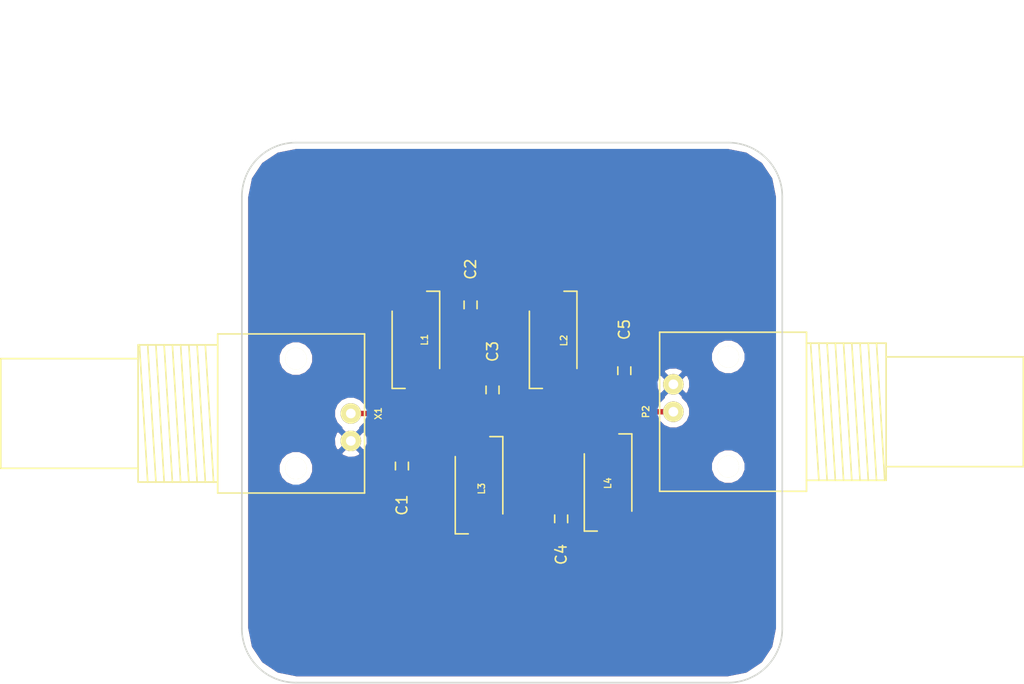
<source format=kicad_pcb>
(kicad_pcb (version 4) (host pcbnew 4.0.4+dfsg1-stable)

  (general
    (links 16)
    (no_connects 0)
    (area 77.319999 37.3 172.680001 100.076001)
    (thickness 1.6)
    (drawings 10)
    (tracks 31)
    (zones 0)
    (modules 11)
    (nets 7)
  )

  (page A4)
  (layers
    (0 F.Cu signal)
    (31 B.Cu signal)
    (32 B.Adhes user)
    (33 F.Adhes user)
    (34 B.Paste user)
    (35 F.Paste user)
    (36 B.SilkS user)
    (37 F.SilkS user)
    (38 B.Mask user)
    (39 F.Mask user)
    (40 Dwgs.User user)
    (41 Cmts.User user)
    (42 Eco1.User user)
    (43 Eco2.User user)
    (44 Edge.Cuts user)
    (45 Margin user)
    (46 B.CrtYd user)
    (47 F.CrtYd user)
    (48 B.Fab user)
    (49 F.Fab user)
  )

  (setup
    (last_trace_width 0.5)
    (trace_clearance 0.3)
    (zone_clearance 0.508)
    (zone_45_only no)
    (trace_min 0.2)
    (segment_width 0.2)
    (edge_width 0.15)
    (via_size 0.6)
    (via_drill 0.4)
    (via_min_size 0.4)
    (via_min_drill 0.3)
    (uvia_size 0.3)
    (uvia_drill 0.1)
    (uvias_allowed no)
    (uvia_min_size 0.2)
    (uvia_min_drill 0.1)
    (pcb_text_width 0.3)
    (pcb_text_size 1.5 1.5)
    (mod_edge_width 0.15)
    (mod_text_size 1 1)
    (mod_text_width 0.15)
    (pad_size 1.524 1.524)
    (pad_drill 0.762)
    (pad_to_mask_clearance 0.2)
    (aux_axis_origin 0 0)
    (visible_elements FFFFFF7F)
    (pcbplotparams
      (layerselection 0x00030_80000001)
      (usegerberextensions false)
      (excludeedgelayer true)
      (linewidth 0.100000)
      (plotframeref false)
      (viasonmask false)
      (mode 1)
      (useauxorigin false)
      (hpglpennumber 1)
      (hpglpenspeed 20)
      (hpglpendiameter 15)
      (hpglpenoverlay 2)
      (psnegative false)
      (psa4output false)
      (plotreference true)
      (plotvalue true)
      (plotinvisibletext false)
      (padsonsilk false)
      (subtractmaskfromsilk false)
      (outputformat 1)
      (mirror false)
      (drillshape 1)
      (scaleselection 1)
      (outputdirectory ""))
  )

  (net 0 "")
  (net 1 "Net-(C1-Pad1)")
  (net 2 GND)
  (net 3 "Net-(C2-Pad1)")
  (net 4 "Net-(C3-Pad1)")
  (net 5 "Net-(C4-Pad1)")
  (net 6 "Net-(C5-Pad1)")

  (net_class Default "This is the default net class."
    (clearance 0.3)
    (trace_width 0.5)
    (via_dia 0.6)
    (via_drill 0.4)
    (uvia_dia 0.3)
    (uvia_drill 0.1)
    (add_net GND)
    (add_net "Net-(C1-Pad1)")
    (add_net "Net-(C2-Pad1)")
    (add_net "Net-(C3-Pad1)")
    (add_net "Net-(C4-Pad1)")
    (add_net "Net-(C5-Pad1)")
  )

  (module SDRfootprints:1-1337543-0 (layer F.Cu) (tedit 5647DFFC) (tstamp 57FB7097)
    (at 110.08 77.62 90)
    (tags "BNC, male")
    (path /57FB7122)
    (fp_text reference X1 (at 2.54 2.54 90) (layer F.SilkS)
      (effects (font (size 0.6 0.6) (thickness 0.12)))
    )
    (fp_text value IN (at 2.54 -2.54 90) (layer F.Fab)
      (effects (font (size 0.6 0.6) (thickness 0.12)))
    )
    (fp_line (start -3.81 -18.796) (end 8.89 -19.558) (layer F.SilkS) (width 0.15))
    (fp_line (start -3.81 -18.034) (end 8.89 -18.796) (layer F.SilkS) (width 0.15))
    (fp_line (start -3.81 -17.272) (end 8.89 -18.034) (layer F.SilkS) (width 0.15))
    (fp_line (start -3.81 -16.51) (end 8.89 -17.272) (layer F.SilkS) (width 0.15))
    (fp_line (start -3.81 -15.748) (end 8.89 -16.51) (layer F.SilkS) (width 0.15))
    (fp_line (start -3.81 -14.986) (end 8.89 -15.748) (layer F.SilkS) (width 0.15))
    (fp_line (start -3.81 -14.224) (end 8.89 -14.986) (layer F.SilkS) (width 0.15))
    (fp_line (start -3.81 -13.462) (end 8.89 -14.224) (layer F.SilkS) (width 0.15))
    (fp_line (start -3.81 -12.7) (end 8.89 -13.462) (layer F.SilkS) (width 0.15))
    (fp_line (start -3.81 -19.685) (end -3.81 -12.319) (layer F.SilkS) (width 0.15))
    (fp_line (start 8.89 -19.685) (end 8.89 -12.319) (layer F.SilkS) (width 0.15))
    (fp_line (start 8.89 -19.685) (end -3.81 -19.685) (layer F.SilkS) (width 0.15))
    (fp_line (start -2.54 -19.685) (end -2.54 -32.385) (layer F.SilkS) (width 0.15))
    (fp_line (start -2.54 -32.385) (end 7.62 -32.385) (layer F.SilkS) (width 0.15))
    (fp_line (start 7.62 -32.385) (end 7.62 -19.685) (layer F.SilkS) (width 0.15))
    (fp_line (start 9.906 -12.319) (end -4.826 -12.319) (layer F.SilkS) (width 0.15))
    (fp_line (start -4.826 1.27) (end 9.906 1.27) (layer F.SilkS) (width 0.15))
    (fp_line (start -4.826 1.27) (end -4.826 -12.319) (layer F.SilkS) (width 0.15))
    (fp_line (start 9.906 1.27) (end 9.906 -12.319) (layer F.SilkS) (width 0.15))
    (pad 2 thru_hole circle (at 0 0 90) (size 1.9 1.9) (drill 0.9) (layers *.Cu *.Mask F.SilkS)
      (net 2 GND))
    (pad 1 thru_hole circle (at 2.54 0 90) (size 1.9 1.9) (drill 0.9) (layers *.Cu *.Mask F.SilkS)
      (net 1 "Net-(C1-Pad1)"))
    (pad "" np_thru_hole circle (at -2.54 -5.08 90) (size 2 2) (drill 2) (layers *.Cu *.Mask F.SilkS))
    (pad "" np_thru_hole circle (at 7.62 -5.08 90) (size 2 2) (drill 2) (layers *.Cu *.Mask F.SilkS))
  )

  (module SDRfootprints:1-1337543-0 (layer F.Cu) (tedit 5647DFFC) (tstamp 57FB6FF7)
    (at 139.92 72.38 270)
    (tags "BNC, male")
    (path /57FB6F69)
    (fp_text reference P2 (at 2.54 2.54 270) (layer F.SilkS)
      (effects (font (size 0.6 0.6) (thickness 0.12)))
    )
    (fp_text value OUT (at 2.54 -2.54 270) (layer F.Fab)
      (effects (font (size 0.6 0.6) (thickness 0.12)))
    )
    (fp_line (start -3.81 -18.796) (end 8.89 -19.558) (layer F.SilkS) (width 0.15))
    (fp_line (start -3.81 -18.034) (end 8.89 -18.796) (layer F.SilkS) (width 0.15))
    (fp_line (start -3.81 -17.272) (end 8.89 -18.034) (layer F.SilkS) (width 0.15))
    (fp_line (start -3.81 -16.51) (end 8.89 -17.272) (layer F.SilkS) (width 0.15))
    (fp_line (start -3.81 -15.748) (end 8.89 -16.51) (layer F.SilkS) (width 0.15))
    (fp_line (start -3.81 -14.986) (end 8.89 -15.748) (layer F.SilkS) (width 0.15))
    (fp_line (start -3.81 -14.224) (end 8.89 -14.986) (layer F.SilkS) (width 0.15))
    (fp_line (start -3.81 -13.462) (end 8.89 -14.224) (layer F.SilkS) (width 0.15))
    (fp_line (start -3.81 -12.7) (end 8.89 -13.462) (layer F.SilkS) (width 0.15))
    (fp_line (start -3.81 -19.685) (end -3.81 -12.319) (layer F.SilkS) (width 0.15))
    (fp_line (start 8.89 -19.685) (end 8.89 -12.319) (layer F.SilkS) (width 0.15))
    (fp_line (start 8.89 -19.685) (end -3.81 -19.685) (layer F.SilkS) (width 0.15))
    (fp_line (start -2.54 -19.685) (end -2.54 -32.385) (layer F.SilkS) (width 0.15))
    (fp_line (start -2.54 -32.385) (end 7.62 -32.385) (layer F.SilkS) (width 0.15))
    (fp_line (start 7.62 -32.385) (end 7.62 -19.685) (layer F.SilkS) (width 0.15))
    (fp_line (start 9.906 -12.319) (end -4.826 -12.319) (layer F.SilkS) (width 0.15))
    (fp_line (start -4.826 1.27) (end 9.906 1.27) (layer F.SilkS) (width 0.15))
    (fp_line (start -4.826 1.27) (end -4.826 -12.319) (layer F.SilkS) (width 0.15))
    (fp_line (start 9.906 1.27) (end 9.906 -12.319) (layer F.SilkS) (width 0.15))
    (pad 2 thru_hole circle (at 0 0 270) (size 1.9 1.9) (drill 0.9) (layers *.Cu *.Mask F.SilkS)
      (net 2 GND))
    (pad 1 thru_hole circle (at 2.54 0 270) (size 1.9 1.9) (drill 0.9) (layers *.Cu *.Mask F.SilkS)
      (net 6 "Net-(C5-Pad1)"))
    (pad "" np_thru_hole circle (at -2.54 -5.08 270) (size 2 2) (drill 2) (layers *.Cu *.Mask F.SilkS))
    (pad "" np_thru_hole circle (at 7.62 -5.08 270) (size 2 2) (drill 2) (layers *.Cu *.Mask F.SilkS))
  )

  (module projekt5:Coil_132-XXSM_L_ (layer F.Cu) (tedit 565832B9) (tstamp 58075AE9)
    (at 127 64.262 270)
    (path /58025928)
    (fp_text reference L2 (at 4.064 -2.794 270) (layer F.SilkS)
      (effects (font (size 0.6 0.6) (thickness 0.12)))
    )
    (fp_text value 380n (at 4.064 -1.27 270) (layer F.Fab)
      (effects (font (size 0.6 0.6) (thickness 0.12)))
    )
    (fp_line (start 8.5 0.4) (end 1.35 0.4) (layer F.SilkS) (width 0.15))
    (fp_line (start -0.5 -4) (end 6.65 -4) (layer F.SilkS) (width 0.15))
    (fp_line (start 8.5 -0.8) (end 8.5 0.4) (layer F.SilkS) (width 0.15))
    (fp_line (start -0.5 -2.8) (end -0.5 -4) (layer F.SilkS) (width 0.15))
    (pad 1 smd rect (at 0 0 270) (size 2.1 4.8) (layers F.Cu F.Paste F.Mask)
      (net 3 "Net-(C2-Pad1)"))
    (pad 2 smd rect (at 8 -3.6 270) (size 2.1 4.75) (layers F.Cu F.Paste F.Mask)
      (net 4 "Net-(C3-Pad1)"))
  )

  (module Capacitors_SMD:C_0603_HandSoldering (layer F.Cu) (tedit 541A9B4D) (tstamp 580751E7)
    (at 114.808 79.944 270)
    (descr "Capacitor SMD 0603, hand soldering")
    (tags "capacitor 0603")
    (path /58025926)
    (attr smd)
    (fp_text reference C1 (at 3.622 0 270) (layer F.SilkS)
      (effects (font (size 1 1) (thickness 0.15)))
    )
    (fp_text value 82p (at 0.066 -1.778 270) (layer F.Fab)
      (effects (font (size 1 1) (thickness 0.15)))
    )
    (fp_line (start -1.85 -0.75) (end 1.85 -0.75) (layer F.CrtYd) (width 0.05))
    (fp_line (start -1.85 0.75) (end 1.85 0.75) (layer F.CrtYd) (width 0.05))
    (fp_line (start -1.85 -0.75) (end -1.85 0.75) (layer F.CrtYd) (width 0.05))
    (fp_line (start 1.85 -0.75) (end 1.85 0.75) (layer F.CrtYd) (width 0.05))
    (fp_line (start -0.35 -0.6) (end 0.35 -0.6) (layer F.SilkS) (width 0.15))
    (fp_line (start 0.35 0.6) (end -0.35 0.6) (layer F.SilkS) (width 0.15))
    (pad 1 smd rect (at -0.95 0 270) (size 1.2 0.75) (layers F.Cu F.Paste F.Mask)
      (net 1 "Net-(C1-Pad1)"))
    (pad 2 smd rect (at 0.95 0 270) (size 1.2 0.75) (layers F.Cu F.Paste F.Mask)
      (net 2 GND))
    (model Capacitors_SMD.3dshapes/C_0603_HandSoldering.wrl
      (at (xyz 0 0 0))
      (scale (xyz 1 1 1))
      (rotate (xyz 0 0 0))
    )
  )

  (module Capacitors_SMD:C_0603_HandSoldering (layer F.Cu) (tedit 541A9B4D) (tstamp 580751F3)
    (at 121.158 65.024 270)
    (descr "Capacitor SMD 0603, hand soldering")
    (tags "capacitor 0603")
    (path /5802592B)
    (attr smd)
    (fp_text reference C2 (at -3.302 0 270) (layer F.SilkS)
      (effects (font (size 1 1) (thickness 0.15)))
    )
    (fp_text value 180p (at 0 1.9 270) (layer F.Fab)
      (effects (font (size 1 1) (thickness 0.15)))
    )
    (fp_line (start -1.85 -0.75) (end 1.85 -0.75) (layer F.CrtYd) (width 0.05))
    (fp_line (start -1.85 0.75) (end 1.85 0.75) (layer F.CrtYd) (width 0.05))
    (fp_line (start -1.85 -0.75) (end -1.85 0.75) (layer F.CrtYd) (width 0.05))
    (fp_line (start 1.85 -0.75) (end 1.85 0.75) (layer F.CrtYd) (width 0.05))
    (fp_line (start -0.35 -0.6) (end 0.35 -0.6) (layer F.SilkS) (width 0.15))
    (fp_line (start 0.35 0.6) (end -0.35 0.6) (layer F.SilkS) (width 0.15))
    (pad 1 smd rect (at -0.95 0 270) (size 1.2 0.75) (layers F.Cu F.Paste F.Mask)
      (net 3 "Net-(C2-Pad1)"))
    (pad 2 smd rect (at 0.95 0 270) (size 1.2 0.75) (layers F.Cu F.Paste F.Mask)
      (net 2 GND))
    (model Capacitors_SMD.3dshapes/C_0603_HandSoldering.wrl
      (at (xyz 0 0 0))
      (scale (xyz 1 1 1))
      (rotate (xyz 0 0 0))
    )
  )

  (module Capacitors_SMD:C_0603_HandSoldering (layer F.Cu) (tedit 541A9B4D) (tstamp 580751FF)
    (at 123.19 72.898 90)
    (descr "Capacitor SMD 0603, hand soldering")
    (tags "capacitor 0603")
    (path /5802592C)
    (attr smd)
    (fp_text reference C3 (at 3.556 0 90) (layer F.SilkS)
      (effects (font (size 1 1) (thickness 0.15)))
    )
    (fp_text value 180p (at 3.556 1.524 90) (layer F.Fab)
      (effects (font (size 1 1) (thickness 0.15)))
    )
    (fp_line (start -1.85 -0.75) (end 1.85 -0.75) (layer F.CrtYd) (width 0.05))
    (fp_line (start -1.85 0.75) (end 1.85 0.75) (layer F.CrtYd) (width 0.05))
    (fp_line (start -1.85 -0.75) (end -1.85 0.75) (layer F.CrtYd) (width 0.05))
    (fp_line (start 1.85 -0.75) (end 1.85 0.75) (layer F.CrtYd) (width 0.05))
    (fp_line (start -0.35 -0.6) (end 0.35 -0.6) (layer F.SilkS) (width 0.15))
    (fp_line (start 0.35 0.6) (end -0.35 0.6) (layer F.SilkS) (width 0.15))
    (pad 1 smd rect (at -0.95 0 90) (size 1.2 0.75) (layers F.Cu F.Paste F.Mask)
      (net 4 "Net-(C3-Pad1)"))
    (pad 2 smd rect (at 0.95 0 90) (size 1.2 0.75) (layers F.Cu F.Paste F.Mask)
      (net 2 GND))
    (model Capacitors_SMD.3dshapes/C_0603_HandSoldering.wrl
      (at (xyz 0 0 0))
      (scale (xyz 1 1 1))
      (rotate (xyz 0 0 0))
    )
  )

  (module Capacitors_SMD:C_0603_HandSoldering (layer F.Cu) (tedit 541A9B4D) (tstamp 5807520B)
    (at 129.54 84.836 90)
    (descr "Capacitor SMD 0603, hand soldering")
    (tags "capacitor 0603")
    (path /5802592D)
    (attr smd)
    (fp_text reference C4 (at -3.302 0 270) (layer F.SilkS)
      (effects (font (size 1 1) (thickness 0.15)))
    )
    (fp_text value 180p (at 2.54 -1.778 90) (layer F.Fab)
      (effects (font (size 1 1) (thickness 0.15)))
    )
    (fp_line (start -1.85 -0.75) (end 1.85 -0.75) (layer F.CrtYd) (width 0.05))
    (fp_line (start -1.85 0.75) (end 1.85 0.75) (layer F.CrtYd) (width 0.05))
    (fp_line (start -1.85 -0.75) (end -1.85 0.75) (layer F.CrtYd) (width 0.05))
    (fp_line (start 1.85 -0.75) (end 1.85 0.75) (layer F.CrtYd) (width 0.05))
    (fp_line (start -0.35 -0.6) (end 0.35 -0.6) (layer F.SilkS) (width 0.15))
    (fp_line (start 0.35 0.6) (end -0.35 0.6) (layer F.SilkS) (width 0.15))
    (pad 1 smd rect (at -0.95 0 90) (size 1.2 0.75) (layers F.Cu F.Paste F.Mask)
      (net 5 "Net-(C4-Pad1)"))
    (pad 2 smd rect (at 0.95 0 90) (size 1.2 0.75) (layers F.Cu F.Paste F.Mask)
      (net 2 GND))
    (model Capacitors_SMD.3dshapes/C_0603_HandSoldering.wrl
      (at (xyz 0 0 0))
      (scale (xyz 1 1 1))
      (rotate (xyz 0 0 0))
    )
  )

  (module Capacitors_SMD:C_0603_HandSoldering (layer F.Cu) (tedit 541A9B4D) (tstamp 58075217)
    (at 135.382 71.12 90)
    (descr "Capacitor SMD 0603, hand soldering")
    (tags "capacitor 0603")
    (path /5802592E)
    (attr smd)
    (fp_text reference C5 (at 3.81 0 90) (layer F.SilkS)
      (effects (font (size 1 1) (thickness 0.15)))
    )
    (fp_text value 82p (at 1.778 1.9 90) (layer F.Fab)
      (effects (font (size 1 1) (thickness 0.15)))
    )
    (fp_line (start -1.85 -0.75) (end 1.85 -0.75) (layer F.CrtYd) (width 0.05))
    (fp_line (start -1.85 0.75) (end 1.85 0.75) (layer F.CrtYd) (width 0.05))
    (fp_line (start -1.85 -0.75) (end -1.85 0.75) (layer F.CrtYd) (width 0.05))
    (fp_line (start 1.85 -0.75) (end 1.85 0.75) (layer F.CrtYd) (width 0.05))
    (fp_line (start -0.35 -0.6) (end 0.35 -0.6) (layer F.SilkS) (width 0.15))
    (fp_line (start 0.35 0.6) (end -0.35 0.6) (layer F.SilkS) (width 0.15))
    (pad 1 smd rect (at -0.95 0 90) (size 1.2 0.75) (layers F.Cu F.Paste F.Mask)
      (net 6 "Net-(C5-Pad1)"))
    (pad 2 smd rect (at 0.95 0 90) (size 1.2 0.75) (layers F.Cu F.Paste F.Mask)
      (net 2 GND))
    (model Capacitors_SMD.3dshapes/C_0603_HandSoldering.wrl
      (at (xyz 0 0 0))
      (scale (xyz 1 1 1))
      (rotate (xyz 0 0 0))
    )
  )

  (module projekt5:Coil_132-XXSM_L_ (layer F.Cu) (tedit 565832B9) (tstamp 58075AE3)
    (at 117.9 72.262 90)
    (path /58025927)
    (fp_text reference L1 (at 4 -1 90) (layer F.SilkS)
      (effects (font (size 0.6 0.6) (thickness 0.12)))
    )
    (fp_text value 307n (at 4.19 -2.584 90) (layer F.Fab)
      (effects (font (size 0.6 0.6) (thickness 0.12)))
    )
    (fp_line (start 8.5 0.4) (end 1.35 0.4) (layer F.SilkS) (width 0.15))
    (fp_line (start -0.5 -4) (end 6.65 -4) (layer F.SilkS) (width 0.15))
    (fp_line (start 8.5 -0.8) (end 8.5 0.4) (layer F.SilkS) (width 0.15))
    (fp_line (start -0.5 -2.8) (end -0.5 -4) (layer F.SilkS) (width 0.15))
    (pad 1 smd rect (at 0 0 90) (size 2.1 4.8) (layers F.Cu F.Paste F.Mask)
      (net 1 "Net-(C1-Pad1)"))
    (pad 2 smd rect (at 8 -3.6 90) (size 2.1 4.75) (layers F.Cu F.Paste F.Mask)
      (net 3 "Net-(C2-Pad1)"))
  )

  (module projekt5:Coil_132-XXSM_L_ (layer F.Cu) (tedit 565832B9) (tstamp 58075AEF)
    (at 120.142 77.724 270)
    (path /58025929)
    (fp_text reference L3 (at 4.318 -2.032 270) (layer F.SilkS)
      (effects (font (size 0.6 0.6) (thickness 0.12)))
    )
    (fp_text value 380n (at 4.318 -0.762 270) (layer F.Fab)
      (effects (font (size 0.6 0.6) (thickness 0.12)))
    )
    (fp_line (start 8.5 0.4) (end 1.35 0.4) (layer F.SilkS) (width 0.15))
    (fp_line (start -0.5 -4) (end 6.65 -4) (layer F.SilkS) (width 0.15))
    (fp_line (start 8.5 -0.8) (end 8.5 0.4) (layer F.SilkS) (width 0.15))
    (fp_line (start -0.5 -2.8) (end -0.5 -4) (layer F.SilkS) (width 0.15))
    (pad 1 smd rect (at 0 0 270) (size 2.1 4.8) (layers F.Cu F.Paste F.Mask)
      (net 4 "Net-(C3-Pad1)"))
    (pad 2 smd rect (at 8 -3.6 270) (size 2.1 4.75) (layers F.Cu F.Paste F.Mask)
      (net 5 "Net-(C4-Pad1)"))
  )

  (module projekt5:Coil_132-XXSM_L_ (layer F.Cu) (tedit 565832B9) (tstamp 58075AF5)
    (at 135.68 85.47 90)
    (path /5802592A)
    (fp_text reference L4 (at 3.936 -1.822 90) (layer F.SilkS)
      (effects (font (size 0.6 0.6) (thickness 0.12)))
    )
    (fp_text value 307n (at 3.936 -3.092 90) (layer F.Fab)
      (effects (font (size 0.6 0.6) (thickness 0.12)))
    )
    (fp_line (start 8.5 0.4) (end 1.35 0.4) (layer F.SilkS) (width 0.15))
    (fp_line (start -0.5 -4) (end 6.65 -4) (layer F.SilkS) (width 0.15))
    (fp_line (start 8.5 -0.8) (end 8.5 0.4) (layer F.SilkS) (width 0.15))
    (fp_line (start -0.5 -2.8) (end -0.5 -4) (layer F.SilkS) (width 0.15))
    (pad 1 smd rect (at 0 0 90) (size 2.1 4.8) (layers F.Cu F.Paste F.Mask)
      (net 5 "Net-(C4-Pad1)"))
    (pad 2 smd rect (at 8 -3.6 90) (size 2.1 4.75) (layers F.Cu F.Paste F.Mask)
      (net 6 "Net-(C5-Pad1)"))
  )

  (gr_arc (start 145 95) (end 150 95) (angle 90) (layer Edge.Cuts) (width 0.15))
  (gr_arc (start 105 95) (end 105 100) (angle 90) (layer Edge.Cuts) (width 0.15))
  (gr_arc (start 105 55) (end 100 55) (angle 90) (layer Edge.Cuts) (width 0.15))
  (gr_arc (start 145 55) (end 145 50) (angle 90) (layer Edge.Cuts) (width 0.15))
  (dimension 50 (width 0.3) (layer Dwgs.User)
    (gr_text "50.000 mm" (at 88.65 75 270) (layer Dwgs.User)
      (effects (font (size 1.5 1.5) (thickness 0.3)))
    )
    (feature1 (pts (xy 100 100) (xy 87.3 100)))
    (feature2 (pts (xy 100 50) (xy 87.3 50)))
    (crossbar (pts (xy 90 50) (xy 90 100)))
    (arrow1a (pts (xy 90 100) (xy 89.413579 98.873496)))
    (arrow1b (pts (xy 90 100) (xy 90.586421 98.873496)))
    (arrow2a (pts (xy 90 50) (xy 89.413579 51.126504)))
    (arrow2b (pts (xy 90 50) (xy 90.586421 51.126504)))
  )
  (dimension 50 (width 0.3) (layer Dwgs.User)
    (gr_text "50.000 mm" (at 125 38.65) (layer Dwgs.User)
      (effects (font (size 1.5 1.5) (thickness 0.3)))
    )
    (feature1 (pts (xy 150 50) (xy 150 37.3)))
    (feature2 (pts (xy 100 50) (xy 100 37.3)))
    (crossbar (pts (xy 100 40) (xy 150 40)))
    (arrow1a (pts (xy 150 40) (xy 148.873496 40.586421)))
    (arrow1b (pts (xy 150 40) (xy 148.873496 39.413579)))
    (arrow2a (pts (xy 100 40) (xy 101.126504 40.586421)))
    (arrow2b (pts (xy 100 40) (xy 101.126504 39.413579)))
  )
  (gr_line (start 100 95) (end 100 55) (layer Edge.Cuts) (width 0.15))
  (gr_line (start 145 100) (end 105 100) (layer Edge.Cuts) (width 0.15))
  (gr_line (start 150 55) (end 150 95) (layer Edge.Cuts) (width 0.15))
  (gr_line (start 105 50) (end 145 50) (layer Edge.Cuts) (width 0.15))

  (segment (start 114.808 78.994) (end 113.933 78.994) (width 0.5) (layer F.Cu) (net 1))
  (segment (start 113.933 78.994) (end 113.284 78.345) (width 0.5) (layer F.Cu) (net 1))
  (segment (start 113.284 78.345) (end 113.284 76.2) (width 0.5) (layer F.Cu) (net 1))
  (segment (start 113.284 76.2) (end 112.164 75.08) (width 0.5) (layer F.Cu) (net 1))
  (segment (start 112.164 75.08) (end 110.08 75.08) (width 0.5) (layer F.Cu) (net 1))
  (segment (start 114.808 78.994) (end 114.808 77.216) (width 0.5) (layer F.Cu) (net 1))
  (segment (start 114.808 77.216) (end 117.9 74.124) (width 0.5) (layer F.Cu) (net 1))
  (segment (start 117.9 74.124) (end 117.9 72.262) (width 0.5) (layer F.Cu) (net 1))
  (segment (start 127 64.262) (end 120.97 64.262) (width 0.5) (layer F.Cu) (net 3))
  (segment (start 120.97 64.262) (end 120.904 64.196) (width 0.5) (layer F.Cu) (net 3))
  (segment (start 114.3 64.262) (end 120.838 64.262) (width 0.5) (layer F.Cu) (net 3))
  (segment (start 120.838 64.262) (end 120.904 64.196) (width 0.5) (layer F.Cu) (net 3))
  (segment (start 123.19 73.848) (end 122.315 73.848) (width 0.5) (layer F.Cu) (net 4))
  (segment (start 122.315 73.848) (end 120.142 76.021) (width 0.5) (layer F.Cu) (net 4))
  (segment (start 120.142 76.021) (end 120.142 76.174) (width 0.5) (layer F.Cu) (net 4))
  (segment (start 120.142 76.174) (end 120.142 77.724) (width 0.5) (layer F.Cu) (net 4))
  (segment (start 123.19 73.848) (end 124.065 73.848) (width 0.5) (layer F.Cu) (net 4))
  (segment (start 124.065 73.848) (end 125.651 72.262) (width 0.5) (layer F.Cu) (net 4))
  (segment (start 125.651 72.262) (end 130.6 72.262) (width 0.5) (layer F.Cu) (net 4))
  (segment (start 129.54 85.664) (end 135.486 85.664) (width 0.5) (layer F.Cu) (net 5))
  (segment (start 135.486 85.664) (end 135.68 85.47) (width 0.5) (layer F.Cu) (net 5))
  (segment (start 123.742 85.724) (end 129.48 85.724) (width 0.5) (layer F.Cu) (net 5))
  (segment (start 129.48 85.724) (end 129.54 85.664) (width 0.5) (layer F.Cu) (net 5))
  (segment (start 137.414 74.422) (end 137.912 74.92) (width 0.5) (layer F.Cu) (net 6))
  (segment (start 137.912 74.92) (end 139.92 74.92) (width 0.5) (layer F.Cu) (net 6))
  (segment (start 137.414 73.227) (end 137.414 74.422) (width 0.5) (layer F.Cu) (net 6))
  (segment (start 135.382 72.07) (end 136.257 72.07) (width 0.5) (layer F.Cu) (net 6))
  (segment (start 136.257 72.07) (end 137.414 73.227) (width 0.5) (layer F.Cu) (net 6))
  (segment (start 135.382 72.07) (end 135.382 77.043) (width 0.5) (layer F.Cu) (net 6))
  (segment (start 135.382 77.043) (end 134.955 77.47) (width 0.5) (layer F.Cu) (net 6))
  (segment (start 134.955 77.47) (end 132.08 77.47) (width 0.5) (layer F.Cu) (net 6))

  (zone (net 2) (net_name GND) (layer B.Cu) (tstamp 0) (hatch edge 0.508)
    (connect_pads (clearance 0.508))
    (min_thickness 0.254)
    (fill yes (arc_segments 16) (thermal_gap 0.508) (thermal_bridge_width 0.508))
    (polygon
      (pts
        (xy 100.076 50.038) (xy 150.114 50.038) (xy 150.114 100.076) (xy 100.076 100.076)
      )
    )
    (filled_polygon
      (pts
        (xy 146.63639 51.049408) (xy 148.023654 51.976349) (xy 148.950592 53.36361) (xy 149.29 55.069931) (xy 149.29 94.930069)
        (xy 148.950592 96.63639) (xy 148.023654 98.023651) (xy 146.63639 98.950592) (xy 144.930069 99.29) (xy 105.069931 99.29)
        (xy 103.36361 98.950592) (xy 101.976349 98.023654) (xy 101.049408 96.63639) (xy 100.71 94.930069) (xy 100.71 80.483795)
        (xy 103.364716 80.483795) (xy 103.613106 81.084943) (xy 104.072637 81.545278) (xy 104.673352 81.794716) (xy 105.323795 81.795284)
        (xy 105.924943 81.546894) (xy 106.385278 81.087363) (xy 106.634716 80.486648) (xy 106.634858 80.323795) (xy 143.364716 80.323795)
        (xy 143.613106 80.924943) (xy 144.072637 81.385278) (xy 144.673352 81.634716) (xy 145.323795 81.635284) (xy 145.924943 81.386894)
        (xy 146.385278 80.927363) (xy 146.634716 80.326648) (xy 146.635284 79.676205) (xy 146.386894 79.075057) (xy 145.927363 78.614722)
        (xy 145.326648 78.365284) (xy 144.676205 78.364716) (xy 144.075057 78.613106) (xy 143.614722 79.072637) (xy 143.365284 79.673352)
        (xy 143.364716 80.323795) (xy 106.634858 80.323795) (xy 106.635284 79.836205) (xy 106.386894 79.235057) (xy 105.927363 78.774722)
        (xy 105.834953 78.73635) (xy 109.143255 78.73635) (xy 109.235792 78.998019) (xy 109.827398 79.216188) (xy 110.457461 79.191352)
        (xy 110.924208 78.998019) (xy 111.016745 78.73635) (xy 110.08 77.799605) (xy 109.143255 78.73635) (xy 105.834953 78.73635)
        (xy 105.326648 78.525284) (xy 104.676205 78.524716) (xy 104.075057 78.773106) (xy 103.614722 79.232637) (xy 103.365284 79.833352)
        (xy 103.364716 80.483795) (xy 100.71 80.483795) (xy 100.71 77.367398) (xy 108.483812 77.367398) (xy 108.508648 77.997461)
        (xy 108.701981 78.464208) (xy 108.96365 78.556745) (xy 109.900395 77.62) (xy 110.259605 77.62) (xy 111.19635 78.556745)
        (xy 111.458019 78.464208) (xy 111.676188 77.872602) (xy 111.651352 77.242539) (xy 111.458019 76.775792) (xy 111.19635 76.683255)
        (xy 110.259605 77.62) (xy 109.900395 77.62) (xy 108.96365 76.683255) (xy 108.701981 76.775792) (xy 108.483812 77.367398)
        (xy 100.71 77.367398) (xy 100.71 75.393893) (xy 108.494725 75.393893) (xy 108.735519 75.976657) (xy 109.174211 76.416116)
        (xy 109.143255 76.50365) (xy 110.08 77.440395) (xy 111.016745 76.50365) (xy 110.985593 76.415561) (xy 111.422914 75.979003)
        (xy 111.664724 75.396659) (xy 111.664866 75.233893) (xy 138.334725 75.233893) (xy 138.575519 75.816657) (xy 139.020997 76.262914)
        (xy 139.603341 76.504724) (xy 140.233893 76.505275) (xy 140.816657 76.264481) (xy 141.262914 75.819003) (xy 141.504724 75.236659)
        (xy 141.505275 74.606107) (xy 141.264481 74.023343) (xy 140.825789 73.583884) (xy 140.856745 73.49635) (xy 139.92 72.559605)
        (xy 138.983255 73.49635) (xy 139.014407 73.584439) (xy 138.577086 74.020997) (xy 138.335276 74.603341) (xy 138.334725 75.233893)
        (xy 111.664866 75.233893) (xy 111.665275 74.766107) (xy 111.424481 74.183343) (xy 110.979003 73.737086) (xy 110.396659 73.495276)
        (xy 109.766107 73.494725) (xy 109.183343 73.735519) (xy 108.737086 74.180997) (xy 108.495276 74.763341) (xy 108.494725 75.393893)
        (xy 100.71 75.393893) (xy 100.71 72.127398) (xy 138.323812 72.127398) (xy 138.348648 72.757461) (xy 138.541981 73.224208)
        (xy 138.80365 73.316745) (xy 139.740395 72.38) (xy 140.099605 72.38) (xy 141.03635 73.316745) (xy 141.298019 73.224208)
        (xy 141.516188 72.632602) (xy 141.491352 72.002539) (xy 141.298019 71.535792) (xy 141.03635 71.443255) (xy 140.099605 72.38)
        (xy 139.740395 72.38) (xy 138.80365 71.443255) (xy 138.541981 71.535792) (xy 138.323812 72.127398) (xy 100.71 72.127398)
        (xy 100.71 70.323795) (xy 103.364716 70.323795) (xy 103.613106 70.924943) (xy 104.072637 71.385278) (xy 104.673352 71.634716)
        (xy 105.323795 71.635284) (xy 105.924943 71.386894) (xy 106.048402 71.26365) (xy 138.983255 71.26365) (xy 139.92 72.200395)
        (xy 140.856745 71.26365) (xy 140.764208 71.001981) (xy 140.172602 70.783812) (xy 139.542539 70.808648) (xy 139.075792 71.001981)
        (xy 138.983255 71.26365) (xy 106.048402 71.26365) (xy 106.385278 70.927363) (xy 106.634716 70.326648) (xy 106.634858 70.163795)
        (xy 143.364716 70.163795) (xy 143.613106 70.764943) (xy 144.072637 71.225278) (xy 144.673352 71.474716) (xy 145.323795 71.475284)
        (xy 145.924943 71.226894) (xy 146.385278 70.767363) (xy 146.634716 70.166648) (xy 146.635284 69.516205) (xy 146.386894 68.915057)
        (xy 145.927363 68.454722) (xy 145.326648 68.205284) (xy 144.676205 68.204716) (xy 144.075057 68.453106) (xy 143.614722 68.912637)
        (xy 143.365284 69.513352) (xy 143.364716 70.163795) (xy 106.634858 70.163795) (xy 106.635284 69.676205) (xy 106.386894 69.075057)
        (xy 105.927363 68.614722) (xy 105.326648 68.365284) (xy 104.676205 68.364716) (xy 104.075057 68.613106) (xy 103.614722 69.072637)
        (xy 103.365284 69.673352) (xy 103.364716 70.323795) (xy 100.71 70.323795) (xy 100.71 55.069931) (xy 101.049408 53.36361)
        (xy 101.976349 51.976346) (xy 103.36361 51.049408) (xy 105.069931 50.71) (xy 144.930069 50.71)
      )
    )
  )
  (zone (net 2) (net_name GND) (layer F.Cu) (tstamp 0) (hatch edge 0.508)
    (connect_pads (clearance 0.508))
    (min_thickness 0.254)
    (fill yes (arc_segments 16) (thermal_gap 0.508) (thermal_bridge_width 0.508))
    (polygon
      (pts
        (xy 100.076 50.038) (xy 150.114 50.038) (xy 150.114 100.076) (xy 100.076 100.076)
      )
    )
    (filled_polygon
      (pts
        (xy 146.63639 51.049408) (xy 148.023654 51.976349) (xy 148.950592 53.36361) (xy 149.29 55.069931) (xy 149.29 94.930069)
        (xy 148.950592 96.63639) (xy 148.023654 98.023651) (xy 146.63639 98.950592) (xy 144.930069 99.29) (xy 105.069931 99.29)
        (xy 103.36361 98.950592) (xy 101.976349 98.023654) (xy 101.049408 96.63639) (xy 100.71 94.930069) (xy 100.71 84.674)
        (xy 120.71956 84.674) (xy 120.71956 86.774) (xy 120.763838 87.009317) (xy 120.90291 87.225441) (xy 121.11511 87.370431)
        (xy 121.367 87.42144) (xy 126.117 87.42144) (xy 126.352317 87.377162) (xy 126.568441 87.23809) (xy 126.713431 87.02589)
        (xy 126.76444 86.774) (xy 126.76444 86.609) (xy 128.55952 86.609) (xy 128.561838 86.621317) (xy 128.70091 86.837441)
        (xy 128.91311 86.982431) (xy 129.165 87.03344) (xy 129.915 87.03344) (xy 130.150317 86.989162) (xy 130.366441 86.85009)
        (xy 130.511431 86.63789) (xy 130.529432 86.549) (xy 132.638017 86.549) (xy 132.676838 86.755317) (xy 132.81591 86.971441)
        (xy 133.02811 87.116431) (xy 133.28 87.16744) (xy 138.08 87.16744) (xy 138.315317 87.123162) (xy 138.531441 86.98409)
        (xy 138.676431 86.77189) (xy 138.72744 86.52) (xy 138.72744 84.42) (xy 138.683162 84.184683) (xy 138.54409 83.968559)
        (xy 138.33189 83.823569) (xy 138.08 83.77256) (xy 133.28 83.77256) (xy 133.044683 83.816838) (xy 132.828559 83.95591)
        (xy 132.683569 84.16811) (xy 132.63256 84.42) (xy 132.63256 84.779) (xy 130.480954 84.779) (xy 130.55 84.612309)
        (xy 130.55 84.17175) (xy 130.39125 84.013) (xy 129.667 84.013) (xy 129.667 84.033) (xy 129.413 84.033)
        (xy 129.413 84.013) (xy 128.68875 84.013) (xy 128.53 84.17175) (xy 128.53 84.612309) (xy 128.623899 84.839)
        (xy 126.76444 84.839) (xy 126.76444 84.674) (xy 126.720162 84.438683) (xy 126.58109 84.222559) (xy 126.36889 84.077569)
        (xy 126.117 84.02656) (xy 121.367 84.02656) (xy 121.131683 84.070838) (xy 120.915559 84.20991) (xy 120.770569 84.42211)
        (xy 120.71956 84.674) (xy 100.71 84.674) (xy 100.71 83.159691) (xy 128.53 83.159691) (xy 128.53 83.60025)
        (xy 128.68875 83.759) (xy 129.413 83.759) (xy 129.413 82.80975) (xy 129.667 82.80975) (xy 129.667 83.759)
        (xy 130.39125 83.759) (xy 130.55 83.60025) (xy 130.55 83.159691) (xy 130.453327 82.926302) (xy 130.274699 82.747673)
        (xy 130.04131 82.651) (xy 129.82575 82.651) (xy 129.667 82.80975) (xy 129.413 82.80975) (xy 129.25425 82.651)
        (xy 129.03869 82.651) (xy 128.805301 82.747673) (xy 128.626673 82.926302) (xy 128.53 83.159691) (xy 100.71 83.159691)
        (xy 100.71 80.483795) (xy 103.364716 80.483795) (xy 103.613106 81.084943) (xy 104.072637 81.545278) (xy 104.673352 81.794716)
        (xy 105.323795 81.795284) (xy 105.924943 81.546894) (xy 106.292729 81.17975) (xy 113.798 81.17975) (xy 113.798 81.620309)
        (xy 113.894673 81.853698) (xy 114.073301 82.032327) (xy 114.30669 82.129) (xy 114.52225 82.129) (xy 114.681 81.97025)
        (xy 114.681 81.021) (xy 114.935 81.021) (xy 114.935 81.97025) (xy 115.09375 82.129) (xy 115.30931 82.129)
        (xy 115.542699 82.032327) (xy 115.721327 81.853698) (xy 115.818 81.620309) (xy 115.818 81.17975) (xy 115.65925 81.021)
        (xy 114.935 81.021) (xy 114.681 81.021) (xy 113.95675 81.021) (xy 113.798 81.17975) (xy 106.292729 81.17975)
        (xy 106.385278 81.087363) (xy 106.634716 80.486648) (xy 106.635284 79.836205) (xy 106.386894 79.235057) (xy 105.927363 78.774722)
        (xy 105.834953 78.73635) (xy 109.143255 78.73635) (xy 109.235792 78.998019) (xy 109.827398 79.216188) (xy 110.457461 79.191352)
        (xy 110.924208 78.998019) (xy 111.016745 78.73635) (xy 110.08 77.799605) (xy 109.143255 78.73635) (xy 105.834953 78.73635)
        (xy 105.326648 78.525284) (xy 104.676205 78.524716) (xy 104.075057 78.773106) (xy 103.614722 79.232637) (xy 103.365284 79.833352)
        (xy 103.364716 80.483795) (xy 100.71 80.483795) (xy 100.71 77.367398) (xy 108.483812 77.367398) (xy 108.508648 77.997461)
        (xy 108.701981 78.464208) (xy 108.96365 78.556745) (xy 109.900395 77.62) (xy 110.259605 77.62) (xy 111.19635 78.556745)
        (xy 111.458019 78.464208) (xy 111.676188 77.872602) (xy 111.651352 77.242539) (xy 111.458019 76.775792) (xy 111.19635 76.683255)
        (xy 110.259605 77.62) (xy 109.900395 77.62) (xy 108.96365 76.683255) (xy 108.701981 76.775792) (xy 108.483812 77.367398)
        (xy 100.71 77.367398) (xy 100.71 75.393893) (xy 108.494725 75.393893) (xy 108.735519 75.976657) (xy 109.174211 76.416116)
        (xy 109.143255 76.50365) (xy 110.08 77.440395) (xy 111.016745 76.50365) (xy 110.985593 76.415561) (xy 111.422914 75.979003)
        (xy 111.428729 75.965) (xy 111.79742 75.965) (xy 112.399 76.566579) (xy 112.399 78.344995) (xy 112.398999 78.345)
        (xy 112.434748 78.524716) (xy 112.466367 78.683675) (xy 112.65821 78.97079) (xy 113.307208 79.619787) (xy 113.30721 79.61979)
        (xy 113.387372 79.673352) (xy 113.594326 79.811634) (xy 113.851359 79.862761) (xy 113.896329 79.932646) (xy 113.894673 79.934302)
        (xy 113.798 80.167691) (xy 113.798 80.60825) (xy 113.95675 80.767) (xy 114.681 80.767) (xy 114.681 80.747)
        (xy 114.935 80.747) (xy 114.935 80.767) (xy 115.65925 80.767) (xy 115.818 80.60825) (xy 115.818 80.323795)
        (xy 143.364716 80.323795) (xy 143.613106 80.924943) (xy 144.072637 81.385278) (xy 144.673352 81.634716) (xy 145.323795 81.635284)
        (xy 145.924943 81.386894) (xy 146.385278 80.927363) (xy 146.634716 80.326648) (xy 146.635284 79.676205) (xy 146.386894 79.075057)
        (xy 145.927363 78.614722) (xy 145.326648 78.365284) (xy 144.676205 78.364716) (xy 144.075057 78.613106) (xy 143.614722 79.072637)
        (xy 143.365284 79.673352) (xy 143.364716 80.323795) (xy 115.818 80.323795) (xy 115.818 80.167691) (xy 115.721327 79.934302)
        (xy 115.719957 79.932932) (xy 115.779431 79.84589) (xy 115.83044 79.594) (xy 115.83044 78.394) (xy 115.786162 78.158683)
        (xy 115.693 78.013905) (xy 115.693 77.58258) (xy 116.601579 76.674) (xy 117.09456 76.674) (xy 117.09456 78.774)
        (xy 117.138838 79.009317) (xy 117.27791 79.225441) (xy 117.49011 79.370431) (xy 117.742 79.42144) (xy 122.542 79.42144)
        (xy 122.777317 79.377162) (xy 122.993441 79.23809) (xy 123.138431 79.02589) (xy 123.18944 78.774) (xy 123.18944 76.674)
        (xy 123.145162 76.438683) (xy 123.13314 76.42) (xy 129.05756 76.42) (xy 129.05756 78.52) (xy 129.101838 78.755317)
        (xy 129.24091 78.971441) (xy 129.45311 79.116431) (xy 129.705 79.16744) (xy 134.455 79.16744) (xy 134.690317 79.123162)
        (xy 134.906441 78.98409) (xy 135.051431 78.77189) (xy 135.10244 78.52) (xy 135.10244 78.325673) (xy 135.237484 78.29881)
        (xy 135.293675 78.287633) (xy 135.58079 78.09579) (xy 136.007787 77.668792) (xy 136.00779 77.66879) (xy 136.199633 77.381675)
        (xy 136.232588 77.216) (xy 136.267001 77.043) (xy 136.267 77.042995) (xy 136.267 73.331579) (xy 136.529 73.593579)
        (xy 136.529 74.421995) (xy 136.528999 74.422) (xy 136.565071 74.603341) (xy 136.596367 74.760675) (xy 136.599997 74.766107)
        (xy 136.78821 75.04779) (xy 137.286208 75.545787) (xy 137.28621 75.54579) (xy 137.573325 75.737633) (xy 137.912 75.805)
        (xy 138.570702 75.805) (xy 138.575519 75.816657) (xy 139.020997 76.262914) (xy 139.603341 76.504724) (xy 140.233893 76.505275)
        (xy 140.816657 76.264481) (xy 141.262914 75.819003) (xy 141.504724 75.236659) (xy 141.505275 74.606107) (xy 141.264481 74.023343)
        (xy 140.825789 73.583884) (xy 140.856745 73.49635) (xy 139.92 72.559605) (xy 138.983255 73.49635) (xy 139.014407 73.584439)
        (xy 138.577086 74.020997) (xy 138.571271 74.035) (xy 138.299 74.035) (xy 138.299 73.227005) (xy 138.299001 73.227)
        (xy 138.231633 72.888325) (xy 138.170317 72.796559) (xy 138.03979 72.60121) (xy 138.039787 72.601208) (xy 137.565978 72.127398)
        (xy 138.323812 72.127398) (xy 138.348648 72.757461) (xy 138.541981 73.224208) (xy 138.80365 73.316745) (xy 139.740395 72.38)
        (xy 140.099605 72.38) (xy 141.03635 73.316745) (xy 141.298019 73.224208) (xy 141.516188 72.632602) (xy 141.491352 72.002539)
        (xy 141.298019 71.535792) (xy 141.03635 71.443255) (xy 140.099605 72.38) (xy 139.740395 72.38) (xy 138.80365 71.443255)
        (xy 138.541981 71.535792) (xy 138.323812 72.127398) (xy 137.565978 72.127398) (xy 136.88279 71.44421) (xy 136.79701 71.386894)
        (xy 136.612562 71.26365) (xy 138.983255 71.26365) (xy 139.92 72.200395) (xy 140.856745 71.26365) (xy 140.764208 71.001981)
        (xy 140.172602 70.783812) (xy 139.542539 70.808648) (xy 139.075792 71.001981) (xy 138.983255 71.26365) (xy 136.612562 71.26365)
        (xy 136.595675 71.252367) (xy 136.539484 71.24119) (xy 136.338641 71.201239) (xy 136.293671 71.131354) (xy 136.295327 71.129698)
        (xy 136.392 70.896309) (xy 136.392 70.45575) (xy 136.23325 70.297) (xy 135.509 70.297) (xy 135.509 70.317)
        (xy 135.255 70.317) (xy 135.255 70.297) (xy 134.53075 70.297) (xy 134.372 70.45575) (xy 134.372 70.896309)
        (xy 134.468673 71.129698) (xy 134.470043 71.131068) (xy 134.410569 71.21811) (xy 134.35956 71.47) (xy 134.35956 72.67)
        (xy 134.403838 72.905317) (xy 134.497 73.050095) (xy 134.497 75.781065) (xy 134.455 75.77256) (xy 129.705 75.77256)
        (xy 129.469683 75.816838) (xy 129.253559 75.95591) (xy 129.108569 76.16811) (xy 129.05756 76.42) (xy 123.13314 76.42)
        (xy 123.00609 76.222559) (xy 122.79389 76.077569) (xy 122.542 76.02656) (xy 121.38802 76.02656) (xy 122.448475 74.966104)
        (xy 122.56311 75.044431) (xy 122.815 75.09544) (xy 123.565 75.09544) (xy 123.800317 75.051162) (xy 124.016441 74.91209)
        (xy 124.150417 74.71601) (xy 124.347484 74.67681) (xy 124.403675 74.665633) (xy 124.69079 74.47379) (xy 126.017579 73.147)
        (xy 127.57756 73.147) (xy 127.57756 73.312) (xy 127.621838 73.547317) (xy 127.76091 73.763441) (xy 127.97311 73.908431)
        (xy 128.225 73.95944) (xy 132.975 73.95944) (xy 133.210317 73.915162) (xy 133.426441 73.77609) (xy 133.571431 73.56389)
        (xy 133.62244 73.312) (xy 133.62244 71.212) (xy 133.578162 70.976683) (xy 133.43909 70.760559) (xy 133.22689 70.615569)
        (xy 132.975 70.56456) (xy 128.225 70.56456) (xy 127.989683 70.608838) (xy 127.773559 70.74791) (xy 127.628569 70.96011)
        (xy 127.57756 71.212) (xy 127.57756 71.377) (xy 125.651005 71.377) (xy 125.651 71.376999) (xy 125.368516 71.43319)
        (xy 125.312325 71.444367) (xy 125.02521 71.63621) (xy 125.025208 71.636213) (xy 124.2 72.46142) (xy 124.2 72.23375)
        (xy 124.04125 72.075) (xy 123.317 72.075) (xy 123.317 72.095) (xy 123.063 72.095) (xy 123.063 72.075)
        (xy 122.33875 72.075) (xy 122.18 72.23375) (xy 122.18 72.674309) (xy 122.276673 72.907698) (xy 122.278043 72.909068)
        (xy 122.229583 72.97999) (xy 122.032516 73.01919) (xy 121.976325 73.030367) (xy 121.68921 73.22221) (xy 121.689208 73.222213)
        (xy 119.51621 75.39521) (xy 119.324367 75.682325) (xy 119.31319 75.738516) (xy 119.256999 76.021) (xy 119.257 76.021005)
        (xy 119.257 76.02656) (xy 117.742 76.02656) (xy 117.506683 76.070838) (xy 117.290559 76.20991) (xy 117.145569 76.42211)
        (xy 117.09456 76.674) (xy 116.601579 76.674) (xy 118.525787 74.749792) (xy 118.52579 74.74979) (xy 118.717633 74.462675)
        (xy 118.785 74.124) (xy 118.785 73.95944) (xy 120.3 73.95944) (xy 120.535317 73.915162) (xy 120.751441 73.77609)
        (xy 120.896431 73.56389) (xy 120.94744 73.312) (xy 120.94744 71.221691) (xy 122.18 71.221691) (xy 122.18 71.66225)
        (xy 122.33875 71.821) (xy 123.063 71.821) (xy 123.063 70.87175) (xy 123.317 70.87175) (xy 123.317 71.821)
        (xy 124.04125 71.821) (xy 124.2 71.66225) (xy 124.2 71.221691) (xy 124.103327 70.988302) (xy 123.924699 70.809673)
        (xy 123.69131 70.713) (xy 123.47575 70.713) (xy 123.317 70.87175) (xy 123.063 70.87175) (xy 122.90425 70.713)
        (xy 122.68869 70.713) (xy 122.455301 70.809673) (xy 122.276673 70.988302) (xy 122.18 71.221691) (xy 120.94744 71.221691)
        (xy 120.94744 71.212) (xy 120.903162 70.976683) (xy 120.76409 70.760559) (xy 120.55189 70.615569) (xy 120.3 70.56456)
        (xy 115.5 70.56456) (xy 115.264683 70.608838) (xy 115.048559 70.74791) (xy 114.903569 70.96011) (xy 114.85256 71.212)
        (xy 114.85256 73.312) (xy 114.896838 73.547317) (xy 115.03591 73.763441) (xy 115.24811 73.908431) (xy 115.5 73.95944)
        (xy 116.812981 73.95944) (xy 114.18221 76.59021) (xy 114.169 76.60998) (xy 114.169 76.200005) (xy 114.169001 76.2)
        (xy 114.101633 75.861325) (xy 114.076405 75.823569) (xy 113.90979 75.57421) (xy 113.909787 75.574208) (xy 112.78979 74.45421)
        (xy 112.741584 74.422) (xy 112.502675 74.262367) (xy 112.446484 74.25119) (xy 112.164 74.194999) (xy 112.163995 74.195)
        (xy 111.429298 74.195) (xy 111.424481 74.183343) (xy 110.979003 73.737086) (xy 110.396659 73.495276) (xy 109.766107 73.494725)
        (xy 109.183343 73.735519) (xy 108.737086 74.180997) (xy 108.495276 74.763341) (xy 108.494725 75.393893) (xy 100.71 75.393893)
        (xy 100.71 70.323795) (xy 103.364716 70.323795) (xy 103.613106 70.924943) (xy 104.072637 71.385278) (xy 104.673352 71.634716)
        (xy 105.323795 71.635284) (xy 105.924943 71.386894) (xy 106.385278 70.927363) (xy 106.634716 70.326648) (xy 106.634858 70.163795)
        (xy 143.364716 70.163795) (xy 143.613106 70.764943) (xy 144.072637 71.225278) (xy 144.673352 71.474716) (xy 145.323795 71.475284)
        (xy 145.924943 71.226894) (xy 146.385278 70.767363) (xy 146.634716 70.166648) (xy 146.635284 69.516205) (xy 146.386894 68.915057)
        (xy 145.927363 68.454722) (xy 145.326648 68.205284) (xy 144.676205 68.204716) (xy 144.075057 68.453106) (xy 143.614722 68.912637)
        (xy 143.365284 69.513352) (xy 143.364716 70.163795) (xy 106.634858 70.163795) (xy 106.635284 69.676205) (xy 106.539211 69.443691)
        (xy 134.372 69.443691) (xy 134.372 69.88425) (xy 134.53075 70.043) (xy 135.255 70.043) (xy 135.255 69.09375)
        (xy 135.509 69.09375) (xy 135.509 70.043) (xy 136.23325 70.043) (xy 136.392 69.88425) (xy 136.392 69.443691)
        (xy 136.295327 69.210302) (xy 136.116699 69.031673) (xy 135.88331 68.935) (xy 135.66775 68.935) (xy 135.509 69.09375)
        (xy 135.255 69.09375) (xy 135.09625 68.935) (xy 134.88069 68.935) (xy 134.647301 69.031673) (xy 134.468673 69.210302)
        (xy 134.372 69.443691) (xy 106.539211 69.443691) (xy 106.386894 69.075057) (xy 105.927363 68.614722) (xy 105.326648 68.365284)
        (xy 104.676205 68.364716) (xy 104.075057 68.613106) (xy 103.614722 69.072637) (xy 103.365284 69.673352) (xy 103.364716 70.323795)
        (xy 100.71 70.323795) (xy 100.71 66.25975) (xy 120.148 66.25975) (xy 120.148 66.700309) (xy 120.244673 66.933698)
        (xy 120.423301 67.112327) (xy 120.65669 67.209) (xy 120.87225 67.209) (xy 121.031 67.05025) (xy 121.031 66.101)
        (xy 121.285 66.101) (xy 121.285 67.05025) (xy 121.44375 67.209) (xy 121.65931 67.209) (xy 121.892699 67.112327)
        (xy 122.071327 66.933698) (xy 122.168 66.700309) (xy 122.168 66.25975) (xy 122.00925 66.101) (xy 121.285 66.101)
        (xy 121.031 66.101) (xy 120.30675 66.101) (xy 120.148 66.25975) (xy 100.71 66.25975) (xy 100.71 63.212)
        (xy 111.27756 63.212) (xy 111.27756 65.312) (xy 111.321838 65.547317) (xy 111.46091 65.763441) (xy 111.67311 65.908431)
        (xy 111.925 65.95944) (xy 116.675 65.95944) (xy 116.910317 65.915162) (xy 117.126441 65.77609) (xy 117.271431 65.56389)
        (xy 117.32244 65.312) (xy 117.32244 65.147) (xy 120.189708 65.147) (xy 120.148 65.247691) (xy 120.148 65.68825)
        (xy 120.30675 65.847) (xy 121.031 65.847) (xy 121.031 65.827) (xy 121.285 65.827) (xy 121.285 65.847)
        (xy 122.00925 65.847) (xy 122.168 65.68825) (xy 122.168 65.247691) (xy 122.126292 65.147) (xy 123.95256 65.147)
        (xy 123.95256 65.312) (xy 123.996838 65.547317) (xy 124.13591 65.763441) (xy 124.34811 65.908431) (xy 124.6 65.95944)
        (xy 129.4 65.95944) (xy 129.635317 65.915162) (xy 129.851441 65.77609) (xy 129.996431 65.56389) (xy 130.04744 65.312)
        (xy 130.04744 63.212) (xy 130.003162 62.976683) (xy 129.86409 62.760559) (xy 129.65189 62.615569) (xy 129.4 62.56456)
        (xy 124.6 62.56456) (xy 124.364683 62.608838) (xy 124.148559 62.74791) (xy 124.003569 62.96011) (xy 123.95256 63.212)
        (xy 123.95256 63.377) (xy 122.162188 63.377) (xy 122.136162 63.238683) (xy 121.99709 63.022559) (xy 121.78489 62.877569)
        (xy 121.533 62.82656) (xy 120.783 62.82656) (xy 120.547683 62.870838) (xy 120.331559 63.00991) (xy 120.186569 63.22211)
        (xy 120.155203 63.377) (xy 117.32244 63.377) (xy 117.32244 63.212) (xy 117.278162 62.976683) (xy 117.13909 62.760559)
        (xy 116.92689 62.615569) (xy 116.675 62.56456) (xy 111.925 62.56456) (xy 111.689683 62.608838) (xy 111.473559 62.74791)
        (xy 111.328569 62.96011) (xy 111.27756 63.212) (xy 100.71 63.212) (xy 100.71 55.069931) (xy 101.049408 53.36361)
        (xy 101.976349 51.976346) (xy 103.36361 51.049408) (xy 105.069931 50.71) (xy 144.930069 50.71)
      )
    )
  )
)

</source>
